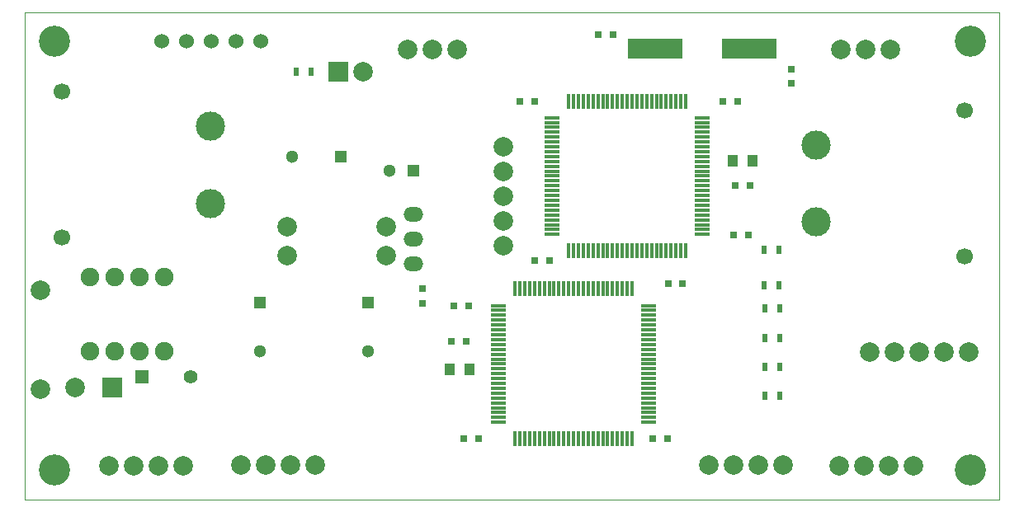
<source format=gbs>
G04 #@! TF.FileFunction,Soldermask,Bot*
%FSLAX46Y46*%
G04 Gerber Fmt 4.6, Leading zero omitted, Abs format (unit mm)*
G04 Created by KiCad (PCBNEW (2015-07-11 BZR 5925, Git c291b88)-product) date 2015/07/28 4:08:13*
%MOMM*%
G01*
G04 APERTURE LIST*
%ADD10C,0.100000*%
%ADD11R,0.800000X0.750000*%
%ADD12R,1.000000X1.250000*%
%ADD13R,1.400000X1.400000*%
%ADD14C,1.400000*%
%ADD15R,0.750000X0.800000*%
%ADD16C,3.000000*%
%ADD17C,1.700000*%
%ADD18C,1.998980*%
%ADD19C,1.905000*%
%ADD20R,1.500000X0.300000*%
%ADD21R,0.300000X1.500000*%
%ADD22R,5.600700X2.100580*%
%ADD23C,2.000000*%
%ADD24O,2.000000X1.500000*%
%ADD25R,1.300000X1.300000*%
%ADD26C,1.300000*%
%ADD27R,1.998980X1.998980*%
%ADD28R,0.500000X0.900000*%
%ADD29R,2.000000X2.000000*%
%ADD30C,1.524000*%
%ADD31C,3.200000*%
G04 APERTURE END LIST*
D10*
X181000000Y-57600000D02*
X81000000Y-57600000D01*
X181000000Y-107600000D02*
X181000000Y-57600000D01*
X81000000Y-107600000D02*
X181000000Y-107600000D01*
X81000000Y-57600000D02*
X81000000Y-107600000D01*
D11*
X134850000Y-83050000D03*
X133350000Y-83050000D03*
X152600000Y-66700000D03*
X154100000Y-66700000D03*
D12*
X153650000Y-72850000D03*
X155650000Y-72850000D03*
D11*
X126550000Y-87700000D03*
X125050000Y-87700000D03*
X126250000Y-91400000D03*
X124750000Y-91400000D03*
D13*
X93000000Y-95000000D03*
D14*
X98000000Y-95000000D03*
D11*
X141350000Y-59900000D03*
X139850000Y-59900000D03*
D15*
X159650000Y-63400000D03*
X159650000Y-64900000D03*
D11*
X147000000Y-85450000D03*
X148500000Y-85450000D03*
X127550000Y-101400000D03*
X126050000Y-101400000D03*
D12*
X126600000Y-94250000D03*
X124600000Y-94250000D03*
D11*
X153700000Y-80450000D03*
X155200000Y-80450000D03*
X153900000Y-75400000D03*
X155400000Y-75400000D03*
D15*
X121800000Y-85950000D03*
X121800000Y-87450000D03*
D11*
X133300000Y-66700000D03*
X131800000Y-66700000D03*
X145450000Y-101400000D03*
X146950000Y-101400000D03*
D16*
X100000000Y-77200000D03*
X100000000Y-69280000D03*
D17*
X84800000Y-80740000D03*
X84800000Y-65740000D03*
D18*
X118080000Y-79600000D03*
X107920000Y-79600000D03*
X118080000Y-82600000D03*
X107920000Y-82600000D03*
X82600000Y-86120000D03*
X82600000Y-96280000D03*
D19*
X87690000Y-92410000D03*
X90230000Y-92410000D03*
X92770000Y-92410000D03*
X95310000Y-92410000D03*
X95310000Y-84790000D03*
X92770000Y-84790000D03*
X90230000Y-84790000D03*
X87690000Y-84790000D03*
D20*
X135100000Y-80400000D03*
X135100000Y-79900000D03*
X135100000Y-79400000D03*
X135100000Y-78900000D03*
X135100000Y-78400000D03*
X135100000Y-77900000D03*
X135100000Y-77400000D03*
X135100000Y-76900000D03*
X135100000Y-76400000D03*
X135100000Y-75900000D03*
X135100000Y-75400000D03*
X135100000Y-74900000D03*
X135100000Y-74400000D03*
X135100000Y-73900000D03*
X135100000Y-73400000D03*
X135100000Y-72900000D03*
X135100000Y-72400000D03*
X135100000Y-71900000D03*
X135100000Y-71400000D03*
X135100000Y-70900000D03*
X135100000Y-70400000D03*
X135100000Y-69900000D03*
X135100000Y-69400000D03*
X135100000Y-68900000D03*
X135100000Y-68400000D03*
D21*
X136800000Y-66700000D03*
X137300000Y-66700000D03*
X137800000Y-66700000D03*
X138300000Y-66700000D03*
X138800000Y-66700000D03*
X139300000Y-66700000D03*
X139800000Y-66700000D03*
X140300000Y-66700000D03*
X140800000Y-66700000D03*
X141300000Y-66700000D03*
X141800000Y-66700000D03*
X142300000Y-66700000D03*
X142800000Y-66700000D03*
X143300000Y-66700000D03*
X143800000Y-66700000D03*
X144300000Y-66700000D03*
X144800000Y-66700000D03*
X145300000Y-66700000D03*
X145800000Y-66700000D03*
X146300000Y-66700000D03*
X146800000Y-66700000D03*
X147300000Y-66700000D03*
X147800000Y-66700000D03*
X148300000Y-66700000D03*
X148800000Y-66700000D03*
D20*
X150500000Y-68400000D03*
X150500000Y-68900000D03*
X150500000Y-69400000D03*
X150500000Y-69900000D03*
X150500000Y-70400000D03*
X150500000Y-70900000D03*
X150500000Y-71400000D03*
X150500000Y-71900000D03*
X150500000Y-72400000D03*
X150500000Y-72900000D03*
X150500000Y-73400000D03*
X150500000Y-73900000D03*
X150500000Y-74400000D03*
X150500000Y-74900000D03*
X150500000Y-75400000D03*
X150500000Y-75900000D03*
X150500000Y-76400000D03*
X150500000Y-76900000D03*
X150500000Y-77400000D03*
X150500000Y-77900000D03*
X150500000Y-78400000D03*
X150500000Y-78900000D03*
X150500000Y-79400000D03*
X150500000Y-79900000D03*
X150500000Y-80400000D03*
D21*
X148800000Y-82100000D03*
X148300000Y-82100000D03*
X147800000Y-82100000D03*
X147300000Y-82100000D03*
X146800000Y-82100000D03*
X146300000Y-82100000D03*
X145800000Y-82100000D03*
X145300000Y-82100000D03*
X144800000Y-82100000D03*
X144300000Y-82100000D03*
X143800000Y-82100000D03*
X143300000Y-82100000D03*
X142800000Y-82100000D03*
X142300000Y-82100000D03*
X141800000Y-82100000D03*
X141300000Y-82100000D03*
X140800000Y-82100000D03*
X140300000Y-82100000D03*
X139800000Y-82100000D03*
X139300000Y-82100000D03*
X138800000Y-82100000D03*
X138300000Y-82100000D03*
X137800000Y-82100000D03*
X137300000Y-82100000D03*
X136800000Y-82100000D03*
D20*
X145000000Y-87700000D03*
X145000000Y-88200000D03*
X145000000Y-88700000D03*
X145000000Y-89200000D03*
X145000000Y-89700000D03*
X145000000Y-90200000D03*
X145000000Y-90700000D03*
X145000000Y-91200000D03*
X145000000Y-91700000D03*
X145000000Y-92200000D03*
X145000000Y-92700000D03*
X145000000Y-93200000D03*
X145000000Y-93700000D03*
X145000000Y-94200000D03*
X145000000Y-94700000D03*
X145000000Y-95200000D03*
X145000000Y-95700000D03*
X145000000Y-96200000D03*
X145000000Y-96700000D03*
X145000000Y-97200000D03*
X145000000Y-97700000D03*
X145000000Y-98200000D03*
X145000000Y-98700000D03*
X145000000Y-99200000D03*
X145000000Y-99700000D03*
D21*
X143300000Y-101400000D03*
X142800000Y-101400000D03*
X142300000Y-101400000D03*
X141800000Y-101400000D03*
X141300000Y-101400000D03*
X140800000Y-101400000D03*
X140300000Y-101400000D03*
X139800000Y-101400000D03*
X139300000Y-101400000D03*
X138800000Y-101400000D03*
X138300000Y-101400000D03*
X137800000Y-101400000D03*
X137300000Y-101400000D03*
X136800000Y-101400000D03*
X136300000Y-101400000D03*
X135800000Y-101400000D03*
X135300000Y-101400000D03*
X134800000Y-101400000D03*
X134300000Y-101400000D03*
X133800000Y-101400000D03*
X133300000Y-101400000D03*
X132800000Y-101400000D03*
X132300000Y-101400000D03*
X131800000Y-101400000D03*
X131300000Y-101400000D03*
D20*
X129600000Y-99700000D03*
X129600000Y-99200000D03*
X129600000Y-98700000D03*
X129600000Y-98200000D03*
X129600000Y-97700000D03*
X129600000Y-97200000D03*
X129600000Y-96700000D03*
X129600000Y-96200000D03*
X129600000Y-95700000D03*
X129600000Y-95200000D03*
X129600000Y-94700000D03*
X129600000Y-94200000D03*
X129600000Y-93700000D03*
X129600000Y-93200000D03*
X129600000Y-92700000D03*
X129600000Y-92200000D03*
X129600000Y-91700000D03*
X129600000Y-91200000D03*
X129600000Y-90700000D03*
X129600000Y-90200000D03*
X129600000Y-89700000D03*
X129600000Y-89200000D03*
X129600000Y-88700000D03*
X129600000Y-88200000D03*
X129600000Y-87700000D03*
D21*
X131300000Y-86000000D03*
X131800000Y-86000000D03*
X132300000Y-86000000D03*
X132800000Y-86000000D03*
X133300000Y-86000000D03*
X133800000Y-86000000D03*
X134300000Y-86000000D03*
X134800000Y-86000000D03*
X135300000Y-86000000D03*
X135800000Y-86000000D03*
X136300000Y-86000000D03*
X136800000Y-86000000D03*
X137300000Y-86000000D03*
X137800000Y-86000000D03*
X138300000Y-86000000D03*
X138800000Y-86000000D03*
X139300000Y-86000000D03*
X139800000Y-86000000D03*
X140300000Y-86000000D03*
X140800000Y-86000000D03*
X141300000Y-86000000D03*
X141800000Y-86000000D03*
X142300000Y-86000000D03*
X142800000Y-86000000D03*
X143300000Y-86000000D03*
D22*
X155348860Y-61350000D03*
X145651140Y-61350000D03*
D23*
X130100000Y-71370000D03*
X130100000Y-73910000D03*
X130100000Y-76450000D03*
X130100000Y-78990000D03*
X130100000Y-81530000D03*
X167720000Y-92500000D03*
X170260000Y-92500000D03*
X172800000Y-92500000D03*
X175340000Y-92500000D03*
X177880000Y-92500000D03*
D24*
X120900000Y-83440000D03*
X120900000Y-78360000D03*
X120900000Y-80900000D03*
D25*
X120900000Y-73850000D03*
D26*
X118400000Y-73850000D03*
D25*
X116200000Y-87400000D03*
D26*
X116200000Y-92400000D03*
D25*
X113400000Y-72400000D03*
D26*
X108400000Y-72400000D03*
D16*
X162200000Y-71200000D03*
X162200000Y-79120000D03*
D17*
X177400000Y-67660000D03*
X177400000Y-82660000D03*
D18*
X86190000Y-96100000D03*
D27*
X90000000Y-96100000D03*
D23*
X125340000Y-61400000D03*
X122800000Y-61400000D03*
X120260000Y-61400000D03*
X169840000Y-61400000D03*
X167300000Y-61400000D03*
X164760000Y-61400000D03*
X172212000Y-104140000D03*
X169672000Y-104140000D03*
X167132000Y-104140000D03*
X164592000Y-104140000D03*
X158810000Y-104100000D03*
X156270000Y-104100000D03*
X153730000Y-104100000D03*
X151190000Y-104100000D03*
X110810000Y-104100000D03*
X108270000Y-104100000D03*
X105730000Y-104100000D03*
X103190000Y-104100000D03*
X97282000Y-104140000D03*
X94742000Y-104140000D03*
X92202000Y-104140000D03*
X89662000Y-104140000D03*
D28*
X110350000Y-63700000D03*
X108850000Y-63700000D03*
D29*
X113200000Y-63700000D03*
D23*
X115740000Y-63700000D03*
D25*
X105100000Y-87400000D03*
D26*
X105100000Y-92400000D03*
D30*
X97560000Y-60600000D03*
X100100000Y-60600000D03*
X102640000Y-60600000D03*
X95020000Y-60600000D03*
X105180000Y-60600000D03*
D28*
X156950000Y-88000000D03*
X158450000Y-88000000D03*
X158450000Y-91000000D03*
X156950000Y-91000000D03*
X156950000Y-94000000D03*
X158450000Y-94000000D03*
X158450000Y-97000000D03*
X156950000Y-97000000D03*
D31*
X178000000Y-60600000D03*
X84000000Y-60600000D03*
X84000000Y-104600000D03*
X178000000Y-104600000D03*
D28*
X158350000Y-85600000D03*
X156850000Y-85600000D03*
X158350000Y-82000000D03*
X156850000Y-82000000D03*
M02*

</source>
